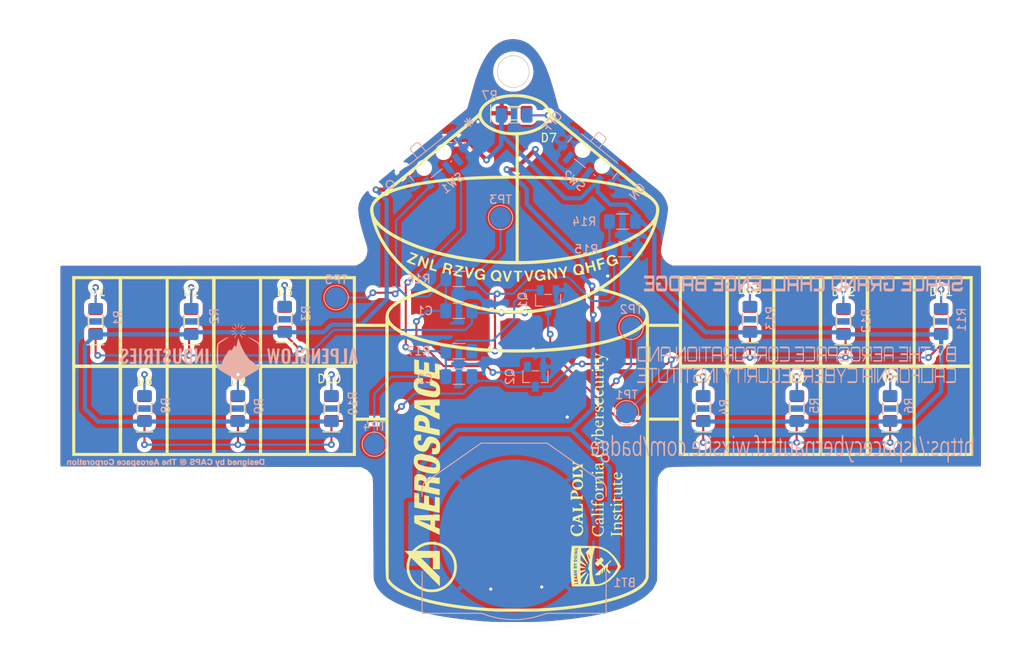
<source format=kicad_pcb>
(kicad_pcb (version 20211014) (generator pcbnew)
  (layers (0 "F.Cu" signal) (31 "B.Cu" signal) (34 "B.Paste" user) (35 "F.Paste" user) (36 "B.SilkS" user "B.Silkscreen") (37 "F.SilkS" user "F.Silkscreen") (38 "B.Mask" user) (39 "F.Mask" user) (44 "Edge.Cuts" user))
  (net 0 "")
  (net 1 "+Vbatt")
  (net 2 "GND")
  (net 3 "Net-(C1-Pad1)")
  (net 4 "/Blink Two")
  (net 5 "/Blink One")
  (net 6 "Net-(C2-Pad2)")
  (net 7 "Net-(D1-Pad2)")
  (net 8 "Net-(D2-Pad2)")
  (net 9 "Net-(D3-Pad2)")
  (net 10 "Net-(D4-Pad2)")
  (net 11 "Net-(D5-Pad2)")
  (net 12 "Net-(D6-Pad2)")
  (net 13 "Net-(D7-Pad2)")
  (net 14 "Net-(D8-Pad2)")
  (net 15 "Net-(D9-Pad2)")
  (net 16 "Net-(D10-Pad2)")
  (net 17 "Net-(D11-Pad2)")
  (net 18 "Net-(D12-Pad2)")
  (net 19 "Net-(D13-Pad2)")
  (net 20 "+3V")
  (net 21 "Net-(R14-Pad2)")
  (footprint "Alpenglow:LED_1206+" (layer "F.Cu") (at 182.1291 97.5614 90)
    (fp_text reference "D5")
    (fp_text value "LED")
  )
  (footprint "Alpenglow:LED_1206+" (layer "F.Cu") (at 187.6806 87.1474 90)
    (fp_text reference "D12")
    (fp_text value "LED")
  )
  (footprint "Satellite_PCB:Satellite dish" (layer "F.Cu") (at 149.3266 92.4814)
    (fp_text reference "G***" hide)
    (fp_text value "LOGO" hide)
  )
  (footprint "Alpenglow:LED_1206+" (layer "F.Cu") (at 98.2726 87.1474 90)
    (fp_text reference "D1")
    (fp_text value "LED")
  )
  (footprint "Satellite_PCB:Ceasarin 1x.14" (layer "F.Cu") (at 148.1074 80.6704 -0.5)
    (fp_text reference "G***" hide)
    (fp_text value "LOGO" hide)
  )
  (footprint "Alpenglow:LED_1206+" (layer "F.Cu") (at 104.1146 97.5614 90)
    (fp_text reference "D8")
    (fp_text value "LED")
  )
  (footprint "Alpenglow:LED_1206+" (layer "F.Cu") (at 193.2686 97.5614 90)
    (fp_text reference "D6")
    (fp_text value "LED")
  )
  (footprint "Satellite_PCB:Satellite Shape 4.5 x 4.38" (layer "F.Cu") (at 149.3266 92.4814)
    (fp_text reference "G***" hide)
    (fp_text value "LOGO" hide)
  )
  (footprint "Alpenglow:LED_1206+" (layer "F.Cu") (at 199.3646 87.1474 90)
    (fp_text reference "D11")
    (fp_text value "LED")
  )
  (footprint "Alpenglow:LED_1206+" (layer "F.Cu") (at 109.7026 87.1474 90)
    (fp_text reference "D2")
    (fp_text value "LED")
  )
  (footprint "Satellite_PCB:FullCCIlogo1.10" (layer "F.Cu") (at 158.15 104.85 90)
    (fp_text reference "G***" hide)
    (fp_text value "LOGO" hide)
  )
  (footprint "Alpenglow:LED_1206+" (layer "F.Cu") (at 170.9166 97.5614 90)
    (fp_text reference "D4")
    (fp_text value "LED")
  )
  (footprint "Alpenglow:LED_1206+" (layer "F.Cu") (at 126.4666 97.5614 90)
    (fp_text reference "D10")
    (fp_text value "LED")
  )
  (footprint "LOGO" (layer "F.Cu") (at 138.338 105.612 90)
    (fp_text reference "G***" hide)
    (fp_text value "LOGO" hide)
  )
  (footprint "Alpenglow:LED_1206+" (layer "F.Cu") (at 176.5046 86.8934 90)
    (fp_text reference "D13")
    (fp_text value "LED")
  )
  (footprint "Alpenglow:LED_1206+" (layer "F.Cu") (at 115.2541 97.5614 90)
    (fp_text reference "D9")
    (fp_text value "LED")
  )
  (footprint "Alpenglow:LED_1206+" (layer "F.Cu") (at 148.3106 62.2554)
    (fp_text reference "D7")
    (fp_text value "LED")
  )
  (footprint "Alpenglow:LED_1206+" (layer "F.Cu") (at 120.8786 86.8934 90)
    (fp_text reference "D3")
    (fp_text value "LED")
  )
  (footprint "Resistor_SMD:R_1206_3216Metric_Pad1.30x1.75mm_HandSolder" (layer "B.Cu") (at 120.8786 86.8934 90)
    (fp_text reference "R3")
    (fp_text value "220")
  )
  (footprint "Resistor_SMD:R_1206_3216Metric_Pad1.30x1.75mm_HandSolder" (layer "B.Cu") (at 109.7026 87.1474 90)
    (fp_text reference "R2")
    (fp_text value "220")
  )
  (footprint "Resistor_SMD:R_1206_3216Metric_Pad1.30x1.75mm_HandSolder" (layer "B.Cu") (at 98.2726 87.1474 90)
    (fp_text reference "R1")
    (fp_text value "220")
  )
  (footprint "Resistor_SMD:R_1206_3216Metric_Pad1.30x1.75mm_HandSolder" (layer "B.Cu") (at 193.2686 97.5614 90)
    (fp_text reference "R6")
    (fp_text value "220")
  )
  (footprint "TestPoint:TestPoint_Pad_D2.5mm" (layer "B.Cu") (at 161.7472 98.0694 180)
    (fp_text reference "TP1")
    (fp_text value "TestPoint")
  )
  (footprint "Resistor_SMD:R_1206_3216Metric_Pad1.30x1.75mm_HandSolder" (layer "B.Cu") (at 126.4666 97.5614 90)
    (fp_text reference "R10")
    (fp_text value "220")
  )
  (footprint "LOGO" (layer "B.Cu") (at 106.675 104.075 180)
    (fp_text reference "G***" hide)
    (fp_text value "LOGO" hide)
  )
  (footprint "Resistor_SMD:R_1206_3216Metric_Pad1.30x1.75mm_HandSolder" (layer "B.Cu") (at 141.7066 90.7034 180)
    (fp_text reference "R17")
    (fp_text value "47k")
  )
  (footprint "Capacitor_SMD:C_1206_3216Metric_Pad1.33x1.80mm_HandSolder" (layer "B.Cu") (at 141.7066 93.7514)
    (fp_text reference "C2")
    (fp_text value "10 uF")
  )
  (footprint "TestPoint:TestPoint_Pad_D2.5mm" (layer "B.Cu") (at 131.5974 101.8286 180)
    (fp_text reference "TP4")
    (fp_text value "TestPoint")
  )
  (footprint "Resistor_SMD:R_1206_3216Metric_Pad1.30x1.75mm_HandSolder" (layer "B.Cu") (at 161.2646 75.2094 180)
    (fp_text reference "R14")
    (fp_text value "47k")
  )
  (footprint "Resistor_SMD:R_1206_3216Metric_Pad1.30x1.75mm_HandSolder" (layer "B.Cu") (at 170.9166 97.5614 90)
    (fp_text reference "R4")
    (fp_text value "220")
  )
  (footprint "Alpenglow:SOT-23-3-BEC" (layer "B.Cu") (at 150.8506 93.7514 -90)
    (fp_text reference "Q2")
    (fp_text value "NPN")
  )
  (footprint "Resistor_SMD:R_1206_3216Metric_Pad1.30x1.75mm_HandSolder" (layer "B.Cu") (at 161.5186 78.5114)
    (fp_text reference "R15")
    (fp_text value "47k")
  )
  (footprint "TestPoint:TestPoint_Pad_D2.5mm" (layer "B.Cu") (at 162.2806 87.8586 180)
    (fp_text reference "TP2")
    (fp_text value "TestPoint")
  )
  (footprint "Resistor_SMD:R_1206_3216Metric_Pad1.30x1.75mm_HandSolder" (layer "B.Cu") (at 141.7066 82.0674 180)
    (fp_text reference "R16")
    (fp_text value "47k")
  )
  (footprint "Satellite_PCB:spacebadgenamespaced1.5" (layer "B.Cu") (at 182.9054 82.6008 180)
    (fp_text reference "G***" hide)
    (fp_text value "LOGO" hide)
  )
  (footprint "Resistor_SMD:R_1206_3216Metric_Pad1.30x1.75mm_HandSolder" (layer "B.Cu") (at 148.3106 62.5094)
    (fp_text reference "R7")
    (fp_text value "220")
  )
  (footprint "Resistor_SMD:R_1206_3216Metric_Pad1.30x1.75mm_HandSolder" (layer "B.Cu") (at 176.5046 86.8934 90)
    (fp_text reference "R13")
    (fp_text value "220")
  )
  (footprint "Capacitor_SMD:C_1206_3216Metric_Pad1.33x1.80mm_HandSolder" (layer "B.Cu") (at 141.7066 85.8774 180)
    (fp_text reference "C1")
    (fp_text value "10 uF")
  )
  (footprint "Button_Switch_SMD:SW_SPDT_PCM12" (layer "B.Cu") (at 138.9126 68.0974 39)
    (fp_text reference "SW1")
    (fp_text value "Alpenglow_SMT_SlideSwitch")
  )
  (footprint "Resistor_SMD:R_1206_3216Metric_Pad1.30x1.75mm_HandSolder" (layer "B.Cu") (at 104.1146 97.5614 90)
    (fp_text reference "R8")
    (fp_text value "220")
  )
  (footprint "Satellite_PCB:URLnormalfont1.8" (layer "B.Cu") (at 180.34 102.362 180)
    (fp_text reference "G***" hide)
    (fp_text value "LOGO" hide)
  )
  (footprint "Resistor_SMD:R_1206_3216Metric_Pad1.30x1.75mm_HandSolder" (layer "B.Cu") (at 115.2906 97.5614 90)
    (fp_text reference "R9")
    (fp_text value "220")
  )
  (footprint "Satellite_PCB:ByAeroCorpandCyberSecurity1.5" (layer "B.Cu") (at 182.0926 92.329 180)
    (fp_text reference "G***" hide)
    (fp_text value "LOGO" hide)
  )
  (footprint "Alpenglow:SOT-23-3-BEC" (layer "B.Cu") (at 152.3746 84.6074 -90)
    (fp_text reference "Q1")
    (fp_text value "NPN")
  )
  (footprint "Resistor_SMD:R_1206_3216Metric_Pad1.30x1.75mm_HandSolder" (layer "B.Cu") (at 182.0926 97.5614 90)
    (fp_text reference "R5")
    (fp_text value "220")
  )
  (footprint "Alpenglow:BatteryHolder_CR2032_SMT" (layer "B.Cu") (at 148.3106 112.5474)
    (fp_text reference "BT1")
    (fp_text value "CR2032" hide)
  )
  (footprint "Button_Switch_SMD:SW_SPDT_PCM12" (layer "B.Cu") (at 157.4546 67.8434 -39)
    (fp_text reference "SW2")
    (fp_text value "Alpenglow_SMT_SlideSwitch")
  )
  (footprint "Alpenglow:Alpenglow_SecondaryLogo_30x8.1" (layer "B.Cu") (at 115.4938 90.805 180)
    (fp_text reference "G***" hide)
    (fp_text value "LOGO" hide)
  )
  (footprint "Resistor_SMD:R_1206_3216Metric_Pad1.30x1.75mm_HandSolder" (layer "B.Cu") (at 187.6806 87.1474 90)
    (fp_text reference "R12")
    (fp_text value "220")
  )
  (footprint "TestPoint:TestPoint_Pad_D2.5mm" (layer "B.Cu") (at 146.685 74.7268 180)
    (fp_text reference "TP3")
    (fp_text value "TestPoint")
  )
  (footprint "TestPoint:TestPoint_Pad_D2.5mm" (layer "B.Cu") (at 127.0254 84.3026 180)
    (fp_text reference "TP5")
    (fp_text value "TestPoint")
  )
  (footprint "Resistor_SMD:R_1206_3216Metric_Pad1.30x1.75mm_HandSolder" (layer "B.Cu") (at 199.3646 87.1474 90)
    (fp_text reference "R11")
    (fp_text value "220")
  )
  (gr_line (start 142.3797 63.1952) (end 143.3703 63.5) (layer "B.SilkS") (width 0.15))
  (gr_line (start 142.632533 62.889607) (end 143.117467 63.805593) (layer "B.SilkS") (width 0.15))
  (gr_line (start 143.0274 62.8523) (end 142.7226 63.8429) (layer "B.SilkS") (width 0.15))
  (gr_line (start 143.332993 63.105133) (end 142.417007 63.590067) (layer "B.SilkS") (width 0.15))
  (gr_circle (center 133.477 70.7644) (end 133.858 71.0184) (layer "B.SilkS") (width 0.15) (fill none))
  (gr_curve (pts (xy 143.162221 58.254323) (xy 143.07421 58.531957) (xy 142.865917 59.254448) (xy 142.703764 59.851856)) (layer "Edge.Cuts") (width 0.011025))
  (gr_curve (pts (xy 130.970831 112.011175) (xy 130.994034 117.497994) (xy 131.003368 118.007124) (xy 131.077511 118.261823)) (layer "Edge.Cuts") (width 0.011025))
  (gr_curve (pts (xy 165.627962 70.880967) (xy 165.475143 70.760686) (xy 162.817211 68.584414) (xy 159.724291 66.037696)) (layer "Edge.Cuts") (width 0.011025))
  (gr_line (start 165.905864 118.215684) (end 165.9288 112.150125) (layer "Edge.Cuts") (width 0.011025))
  (gr_line (start 185.894229 104.996431) (end 204.637371 104.996431) (layer "Edge.Cuts") (width 0.011025))
  (gr_line (start 142.263975 61.412051) (end 136.466984 66.176646) (layer "Edge.Cuts") (width 0.011025))
  (gr_curve (pts (xy 142.703764 59.851856) (xy 142.537076 60.448997) (xy 142.370389 61.046405) (xy 142.333317 61.176021)) (layer "Edge.Cuts") (width 0.011025))
  (gr_line (start 165.799184 118.488784) (end 165.905864 118.215684) (layer "Edge.Cuts") (width 0.011025))
  (gr_curve (pts (xy 130.262476 78.743017) (xy 130.229938 79.243079) (xy 129.966172 79.627127) (xy 129.507448 79.858623)) (layer "Edge.Cuts") (width 0.011025))
  (gr_curve (pts (xy 165.9288 112.150125) (xy 165.947202 107.589289) (xy 165.965871 106.047229) (xy 166.01201 105.926948)) (layer "Edge.Cuts") (width 0.011025))
  (gr_line (start 129.280753 79.969837) (end 111.421961 79.983972) (layer "Edge.Cuts") (width 0.011025))
  (gr_curve (pts (xy 150.35752 53.559069) (xy 149.60756 53.049939) (xy 148.690645 52.823244) (xy 147.755329 52.915789)) (layer "Edge.Cuts") (width 0.011025))
  (gr_curve (pts (xy 167.178823 73.35781) (xy 167.007868 72.385689) (xy 166.480069 71.538383) (xy 165.627962 70.880967)) (layer "Edge.Cuts") (width 0.011025))
  (gr_line (start 159.724291 66.037696) (end 154.098788 61.416851) (layer "Edge.Cuts") (width 0.011025))
  (gr_line (start 204.637371 79.993306) (end 186.01451 79.983972) (layer "Edge.Cuts") (width 0.011025))
  (gr_line (start 167.387382 79.969837) (end 167.146819 79.858623) (layer "Edge.Cuts") (width 0.011025))
  (gr_curve (pts (xy 166.368855 78.807825) (xy 166.345385 78.668874) (xy 166.438197 78.12694) (xy 166.734501 76.631553)) (layer "Edge.Cuts") (width 0.011025))
  (gr_curve (pts (xy 166.493671 105.274066) (xy 166.905989 104.972962) (xy 165.294587 104.996431) (xy 185.894229 104.996431)) (layer "Edge.Cuts") (width 0.011025))
  (gr_line (start 93.558629 104.996431) (end 98.48053 105.000699) (layer "Edge.Cuts") (width 0.011025))
  (gr_curve (pts (xy 135.832505 121.989195) (xy 138.147461 122.757825) (xy 141.036889 123.239351) (xy 145.02352 123.526427)) (layer "Edge.Cuts") (width 0.011025))
  (gr_curve (pts (xy 129.229813 73.131115) (xy 129.049257 73.950684) (xy 129.290087 75.321256) (xy 130.021645 77.608475)) (layer "Edge.Cuts") (width 0.011025))
  (gr_curve (pts (xy 154.015578 61.129615) (xy 153.969172 60.976796) (xy 153.830221 60.462865) (xy 153.700605 59.990806)) (layer "Edge.Cuts") (width 0.011025))
  (gr_circle (center 148.209 57.277) (end 150.114 57.277) (layer "Edge.Cuts") (width 0.1) (fill none))
  (gr_line (start 93.558629 79.993306) (end 93.558629 104.996431) (layer "Edge.Cuts") (width 0.011025))
  (gr_curve (pts (xy 145.02352 123.526427) (xy 146.144194 123.605157) (xy 150.797309 123.605157) (xy 151.922516 123.526427)) (layer "Edge.Cuts") (width 0.011025))
  (gr_curve (pts (xy 130.021645 77.608475) (xy 130.257675 78.354168) (xy 130.280878 78.47445) (xy 130.262476 78.743017)) (layer "Edge.Cuts") (width 0.011025))
  (gr_curve (pts (xy 130.16513 105.172187) (xy 130.442765 105.297002) (xy 130.748403 105.593573) (xy 130.864417 105.852805)) (layer "Edge.Cuts") (width 0.011025))
  (gr_line (start 129.929101 105.065507) (end 130.16513 105.172187) (layer "Edge.Cuts") (width 0.011025))
  (gr_line (start 111.421961 79.983972) (end 93.558629 79.993306) (layer "Edge.Cuts") (width 0.011025))
  (gr_line (start 186.01451 79.983972) (end 167.387382 79.969837) (layer "Edge.Cuts") (width 0.011025))
  (gr_curve (pts (xy 131.077511 118.261823) (xy 131.554104 119.905495) (xy 133.02202 121.058439) (xy 135.832505 121.989195)) (layer "Edge.Cuts") (width 0.011025))
  (gr_curve (pts (xy 164.164846 120.53064) (xy 164.507556 120.285276) (xy 165.058291 119.766811) (xy 165.271384 119.488909)) (layer "Edge.Cuts") (width 0.011025))
  (gr_curve (pts (xy 130.864417 105.852805) (xy 130.942827 106.02856) (xy 130.947628 106.394739) (xy 130.970831 112.011175)) (layer "Edge.Cuts") (width 0.011025))
  (gr_line (start 129.507448 79.858623) (end 129.280753 79.969837) (layer "Edge.Cuts") (width 0.011025))
  (gr_curve (pts (xy 165.271384 119.488909) (xy 165.415136 119.303553) (xy 165.68797 118.789622) (xy 165.799184 118.488784)) (layer "Edge.Cuts") (width 0.011025))
  (gr_line (start 154.098788 61.416851) (end 154.015578 61.129615) (layer "Edge.Cuts") (width 0.011025))
  (gr_curve (pts (xy 166.734501 76.631553) (xy 167.174556 74.404341) (xy 167.257766 73.802399) (xy 167.178823 73.35781)) (layer "Edge.Cuts") (width 0.011025))
  (gr_line (start 142.333317 61.176021) (end 142.263975 61.412051) (layer "Edge.Cuts") (width 0.011025))
  (gr_curve (pts (xy 166.01201 105.926948) (xy 166.100288 105.676783) (xy 166.285378 105.422351) (xy 166.493671 105.274066)) (layer "Edge.Cuts") (width 0.011025))
  (gr_curve (pts (xy 151.922516 123.526427) (xy 157.9278 123.100454) (xy 161.974706 122.109584) (xy 164.164846 120.53064)) (layer "Edge.Cuts") (width 0.011025))
  (gr_line (start 116.663362 105.03777) (end 129.929101 105.065507) (layer "Edge.Cuts") (width 0.011025))
  (gr_line (start 147.755329 52.915789) (end 147.755329 52.915789) (layer "Edge.Cuts") (width 0.011025))
  (gr_curve (pts (xy 147.755329 52.915789) (xy 145.74121 53.110213) (xy 144.213019 54.892569) (xy 143.162221 58.254323)) (layer "Edge.Cuts") (width 0.011025))
  (gr_curve (pts (xy 151.510198 54.702945) (xy 151.228029 54.318631) (xy 150.686095 53.781497) (xy 150.35752 53.559069)) (layer "Edge.Cuts") (width 0.011025))
  (gr_curve (pts (xy 153.700605 59.990806) (xy 152.959712 57.258998) (xy 152.394842 55.892694) (xy 151.510198 54.702945)) (layer "Edge.Cuts") (width 0.011025))
  (gr_curve (pts (xy 130.327284 71.265015) (xy 129.766947 71.797615) (xy 129.377832 72.459565) (xy 129.229813 73.131115)) (layer "Edge.Cuts") (width 0.011025))
  (gr_curve (pts (xy 167.146819 79.858623) (xy 166.743835 79.678334) (xy 166.447265 79.27535) (xy 166.368855 78.807825)) (layer "Edge.Cuts") (width 0.011025))
  (gr_curve (pts (xy 98.48053 105.000699) (xy 101.184575 105.005499) (xy 109.366157 105.024168) (xy 116.663362 105.03777)) (layer "Edge.Cuts") (width 0.011025))
  (gr_curve (pts (xy 136.466984 66.176646) (xy 133.276452 68.79724) (xy 130.516907 71.084726) (xy 130.327284 71.265015)) (layer "Edge.Cuts") (width 0.011025))
  (gr_line (start 204.637371 104.996431) (end 204.637371 79.993306) (layer "Edge.Cuts") (width 0.011025))
  (gr_text "OFF" (at 152.8826 63.2714 50) (layer "B.SilkS") (effects (font (size 1.016 1.016) (thickness 0.1524)) (justify mirror)))
  (gr_text "ON" (at 163.0426 71.6534 50) (layer "B.SilkS") (effects (font (size 1.016 1.016) (thickness 0.1524)) (justify mirror)))
  (segment (start 157.6324 86.2076) (end 157.7848 86.36) (width 0.508) (layer "F.Cu") (net 1))
  (segment (start 147.447 68.9864) (end 148.4376 68.9864) (width 0.508) (layer "F.Cu") (net 1))
  (segment (start 157.6324 82.9056) (end 157.6324 86.2076) (width 0.508) (layer "F.Cu") (net 1))
  (segment (start 148.4376 68.9864) (end 150.8506 66.5734) (width 0.508) (layer "F.Cu") (net 1))
  (via (at 157.7848 86.36) (size 0.8128) (drill 0.381) (layers "F.Cu" "B.Cu") (net 1))
  (via (at 147.447 68.9864) (size 0.8128) (drill 0.381) (layers "F.Cu" "B.Cu") (net 1))
  (via (at 157.6324 82.9056) (size 0.8128) (drill 0.381) (layers "F.Cu" "B.Cu") (net 1))
  (via (at 150.8506 66.5734) (size 0.8128) (drill 0.381) (layers "F.Cu" "B.Cu") (net 1))
  (segment (start 136.9106 104.6434) (end 141.4526 100.1014) (width 0.508) (layer "B.Cu") (net 1))
  (segment (start 150.8506 66.5734) (end 150.8506 67.0814) (width 0.508) (layer "B.Cu") (net 1))
  (segment (start 149.823375 73.141275) (end 156.4894 79.8073) (width 0.508) (layer "B.Cu") (net 1))
  (segment (start 157.709434 97.560566) (end 155.1686 100.1014) (width 0.508) (layer "B.Cu") (net 1))
  (segment (start 149.823375 71.362775) (end 149.823375 73.141275) (width 0.508) (layer "B.Cu") (net 1))
  (segment (start 155.41884 71.1454) (end 157.137531 69.426709) (width 0.508) (layer "B.Cu") (net 1))
  (segment (start 157.709434 86.435366) (end 157.709434 97.560566) (width 0.508) (layer "B.Cu") (net 1))
  (segment (start 147.447 68.9864) (end 149.823375 71.362775) (width 0.508) (layer "B.Cu") (net 1))
  (segment (start 155.4226 100.3554) (end 159.7106 104.6434) (width 0.508) (layer "B.Cu") (net 1))
  (segment (start 155.1686 100.1014) (end 155.4226 100.3554) (width 0.508) (layer "B.Cu") (net 1))
  (segment (start 136.9106 112.5474) (end 136.9106 104.6434) (width 0.508) (layer "B.Cu") (net 1))
  (segment (start 154.9146 71.1454) (end 155.41884 71.1454) (width 0.508) (layer "B.Cu") (net 1))
  (segment (start 156.4894 81.7626) (end 157.6324 82.9056) (width 0.508) (layer "B.Cu") (net 1))
  (segment (start 150.8506 67.0814) (end 154.9146 71.1454) (width 0.508) (layer "B.Cu") (net 1))
  (segment (start 156.4894 79.8073) (end 156.4894 81.7626) (width 0.508) (layer "B.Cu") (net 1))
  (segment (start 159.7106 104.6434) (end 159.7106 112.5474) (width 0.508) (layer "B.Cu") (net 1))
  (segment (start 157.7848 86.36) (end 157.709434 86.435366) (width 0.508) (layer "B.Cu") (net 1))
  (segment (start 141.4526 100.1014) (end 155.1686 100.1014) (width 0.508) (layer "B.Cu") (net 1))
  (via (at 150.5966 90.4494) (size 0.8128) (drill 0.381) (layers "F.Cu" "B.Cu") (net 2))
  (via (at 145.5166 119.1514) (size 0.8128) (drill 0.381) (layers "F.Cu" "B.Cu") (net 2))
  (via (at 151.6126 118.8974) (size 0.8128) (drill 0.381) (layers "F.Cu" "B.Cu") (net 2))
  (via (at 143.9926 63.2714) (size 0.8128) (drill 0.381) (layers "F.Cu" "B.Cu") (net 2))
  (via (at 159.4866 81.7118) (size 0.8128) (drill 0.381) (layers "F.Cu" "B.Cu") (net 2))
  (via (at 154.6606 98.5774) (size 0.8128) (drill 0.381) (layers "F.Cu" "B.Cu") (net 2))
  (segment (start 122.6566 90.4494) (end 120.8786 88.6714) (width 0.254) (layer "F.Cu") (net 3))
  (segment (start 182.0926 101.6254) (end 182.0926 99.0854) (width 0.254) (layer "F.Cu") (net 3))
  (segment (start 154.1526 92.2274) (end 152.6286 90.7034) (width 0.254) (layer "F.Cu") (net 3))
  (segment (start 109.4486 91.2114) (end 109.4486 88.8889) (width 0.254) (layer "F.Cu") (net 3))
  (segment (start 193.2686 99.0489) (end 193.2686 101.6254) (width 0.254) (layer "F.Cu") (net 3))
  (segment (start 160.9741 99.0489) (end 158.2293 96.3041) (width 0.254) (layer "F.Cu") (net 3))
  (segment (start 146.7866 86.1314) (end 149.5806 86.1314) (width 0.254) (layer "F.Cu") (net 3))
  (segment (start 98.2726 88.6349) (end 98.2726 90.9574) (width 0.254) (layer "F.Cu") (net 3))
  (segment (start 158.4833 96.3041) (end 158.2293 96.3041) (width 0.254) (layer "F.Cu") (net 3))
  (segment (start 170.9166 101.6254) (end 170.9166 99.0489) (width 0.254) (layer "F.Cu") (net 3))
  (segment (start 160.528 94.2594) (end 158.4833 96.3041) (width 0.254) (layer "F.Cu") (net 3))
  (segment (start 170.9166 99.0489) (end 160.9741 99.0489) (width 0.254) (layer "F.Cu") (net 3))
  (segment (start 158.2293 96.3041) (end 154.1526 92.2274) (width 0.254) (layer "F.Cu") (net 3))
  (segment (start 98.2726 90.9574) (end 98.5266 91.2114) (width 0.254) (layer "F.Cu") (net 3))
  (segment (start 182.0926 99.0854) (end 182.1291 99.0489) (width 0.254) (layer "F.Cu") (net 3))
  (segment (start 109.4486 88.8889) (end 109.7026 88.6349) (width 0.254) (layer "F.Cu") (net 3))
  (segment (start 152.6286 90.7034) (end 152.6286 88.6714) (width 0.254) (layer "F.Cu") (net 3))
  (segment (start 120.8786 88.6714) (end 120.8786 88.3809) (width 0.254) (layer "F.Cu") (net 3))
  (via (at 98.5266 91.2114) (size 0.8128) (drill 0.381) (layers "F.Cu" "B.Cu") (net 3))
  (via (at 160.528 94.2594) (size 0.8128) (drill 0.381) (layers "F.Cu" "B.Cu") (net 3))
  (via (at 152.6286 88.6714) (size 0.8128) (drill 0.381) (layers "F.Cu" "B.Cu") (net 3))
  (via (at 146.7866 86.1314) (size 0.8128) (drill 0.381) (layers "F.Cu" "B.Cu") (net 3))
  (via (at 149.5806 86.1314) (size 0.8128) (drill 0.381) (layers "F.Cu" "B.Cu") (net 3))
  (via (at 109.4486 91.2114) (size 0.8128) (drill 0.381) (layers "F.Cu" "B.Cu") (net 3))
  (via (at 122.6566 90.4494) (size 0.8128) (drill 0.381) (layers "F.Cu" "B.Cu") (net 3))
  (via (at 193.2686 101.6254) (size 0.8128) (drill 0.381) (layers "F.Cu" "B.Cu") (net 3))
  (via (at 182.0926 101.6254) (size 0.8128) (drill 0.381) (layers "F.Cu" "B.Cu") (net 3))
  (via (at 170.9166 101.6254) (size 0.8128) (drill 0.381) (layers "F.Cu" "B.Cu") (net 3))
  (segment (start 143.2691 85.8774) (end 143.2691 87.3629) (width 0.254) (layer "B.Cu") (net 3))
  (segment (start 152.6286 88.6714) (end 152.3746 88.4174) (width 0.254) (layer "B.Cu") (net 3))
  (segment (start 149.9046 85.8074) (end 152.3746 85.8074) (width 0.254) (layer "B.Cu") (net 3))
  (segment (start 162.2806 87.8586) (end 162.2806 92.5068) (width 0.254) (layer "B.Cu") (net 3))
  (segment (start 143.5231 86.1314) (end 143.2691 85.8774) (width 0.254) (layer "B.Cu") (net 3))
  (segment (start 124.4346 90.4494) (end 122.6566 90.4494) (width 0.254) (layer "B.Cu") (net 3))
  (segment (start 143.2691 87.3629) (end 142.4686 88.1634) (width 0.254) (layer "B.Cu") (net 3))
  (segment (start 98.5266 91.2114) (end 109.4486 91.2114) (width 0.254) (layer "B.Cu") (net 3))
  (segment (start 142.4686 88.1634) (end 126.7206 88.1634) (width 0.254) (layer "B.Cu") (net 3))
  (segment (start 126.7206 88.1634) (end 124.4346 90.4494) (width 0.254) (layer "B.Cu") (net 3))
  (segment (start 121.8946 91.2114) (end 122.6566 90.4494) (width 0.254) (layer "B.Cu") (net 3))
  (segment (start 182.0926 101.6254) (end 170.9166 101.6254) (width 0.254) (layer "B.Cu") (net 3))
  (segment (start 193.2686 101.6254) (end 182.0926 101.6254) (width 0.254) (layer "B.Cu") (net 3))
  (segment (start 152.3746 88.4174) (end 152.3746 85.8074) (width 0.254) (layer "B.Cu") (net 3))
  (segment (start 162.2806 92.5068) (end 160.528 94.2594) (width 0.254) (layer "B.Cu") (net 3))
  (segment (start 146.7866 86.1314) (end 143.5231 86.1314) (width 0.254) (layer "B.Cu") (net 3))
  (segment (start 109.4486 91.2114) (end 121.8946 91.2114) (width 0.254) (layer "B.Cu") (net 3))
  (segment (start 149.5806 86.1314) (end 149.9046 85.8074) (width 0.254) (layer "B.Cu") (net 3))
  (segment (start 136.6266 89.2043) (end 139.9037 92.4814) (width 0.254) (layer "F.Cu") (net 4))
  (segment (start 136.6266 87.1474) (end 136.6266 89.2043) (width 0.254) (layer "F.Cu") (net 4))
  (segment (start 133.9596 83.7184) (end 134.0866 83.8454) (width 0.254) (layer "F.Cu") (net 4))
  (segment (start 139.9037 92.4814) (end 145.0086 92.4814) (width 0.254) (layer "F.Cu") (net 4))
  (segment (start 131.4196 83.7184) (end 133.9596 83.7184) (width 0.254) (layer "F.Cu") (net 4))
  (segment (start 145.0086 92.4814) (end 145.7706 93.2434) (width 0.254) (layer "F.Cu") (net 4))
  (via (at 136.6266 87.1474) (size 0.8128) (drill 0.381) (layers "F.Cu" "B.Cu") (net 4))
  (via (at 145.7706 93.2434) (size 0.8128) (drill 0.381) (layers "F.Cu" "B.Cu") (net 4))
  (via (at 134.0866 83.8454) (size 0.8128) (drill 0.381) (layers "F.Cu" "B.Cu") (net 4))
  (via (at 131.4196 83.7184) (size 0.8128) (drill 0.381) (layers "F.Cu" "B.Cu") (net 4))
  (segment (start 130.8354 84.3026) (end 131.4196 83.7184) (width 0.254) (layer "B.Cu") (net 4))
  (segment (start 140.1566 85.8649) (end 140.1441 85.8774) (width 0.254) (layer "B.Cu") (net 4))
  (segment (start 134.1882 75.0824) (end 134.1882 82.9056) (width 0.254) (layer "B.Cu") (net 4))
  (segment (start 138.06395 70.62469) (end 138.06395 71.20665) (width 0.254) (layer "B.Cu") (net 4))
  (segment (start 145.7706 93.2434) (end 149.2086 93.2434) (width 0.254) (layer "B.Cu") (net 4))
  (segment (start 137.8966 85.8774) (end 140.1441 85.8774) (width 0.254) (layer "B.Cu") (net 4))
  (segment (start 138.0484 84.1756) (end 140.1566 82.0674) (width 0.254) (layer "B.Cu") (net 4))
  (segment (start 134.1882 82.9056) (end 134.62 83.3374) (width 0.254) (layer "B.Cu") (net 4))
  (segment (start 149.2086 93.2434) (end 149.9006 92.5514) (width 0.254) (layer "B.Cu") (net 4))
  (segment (start 134.5946 83.3374) (end 134.62 83.3374) (width 0.254) (layer "B.Cu") (net 4))
  (segment (start 127.0254 84.3026) (end 130.8354 84.3026) (width 0.254) (layer "B.Cu") (net 4))
  (segment (start 135.4582 84.1756) (end 138.0484 84.1756) (width 0.254) (layer "B.Cu") (net 4))
  (segment (start 136.6266 87.1474) (end 137.8966 85.8774) (width 0.254) (layer "B.Cu") (net 4))
  (segment (start 140.1566 82.0674) (end 140.1566 85.8649) (width 0.254) (layer "B.Cu") (net 4))
  (segment (start 134.0866 83.8454) (end 134.5946 83.3374) (width 0.254) (layer "B.Cu") (net 4))
  (segment (start 138.06395 71.20665) (end 134.1882 75.0824) (width 0.254) (layer "B.Cu") (net 4))
  (segment (start 134.62 83.3374) (end 135.4582 84.1756) (width 0.254) (layer "B.Cu") (net 4))
  (segment (start 135.5852 82.4738) (end 135.5852 82.6008) (width 0.254) (layer "F.Cu") (net 5))
  (segment (start 135.3566 82.8294) (end 135.3566 90.1954) (width 0.254) (layer "F.Cu") (net 5))
  (segment (start 135.5852 82.6008) (end 135.3566 82.8294) (width 0.254) (layer "F.Cu") (net 5))
  (via (at 135.5852 82.4738) (size 0.8128) (drill 0.381) (layers "F.Cu" "B.Cu") (net 5))
  (via (at 135.3566 90.1954) (size 0.8128) (drill 0.381) (layers "F.Cu" "B.Cu") (net 5))
  (segment (start 141.9606 70.30194) (end 140.395388 68.736728) (width 0.254) (layer "B.Cu") (net 5))
  (segment (start 131.5974 95.7834) (end 133.6294 93.7514) (width 0.254) (layer "B.Cu") (net 5))
  (segment (start 148.3106 86.8934) (end 148.3106 84.8614) (width 0.254) (layer "B.Cu") (net 5))
  (segment (start 131.5974 101.8286) (end 131.5974 95.7834) (width 0.254) (layer "B.Cu") (net 5))
  (segment (start 141.9606 76.2254) (end 141.9606 70.30194) (width 0.254) (layer "B.Cu") (net 5))
  (segment (start 140.1566 90.7034) (end 135.8646 90.7034) (width 0.254) (layer "B.Cu") (net 5))
  (segment (start 148.3106 84.8614) (end 149.7646 83.4074) (width 0.254) (layer "B.Cu") (net 5))
  (segment (start 135.5852 82.4738) (end 135.7122 82.4738) (width 0.254) (layer "B.Cu") (net 5))
  (segment (start 133.6294 93.7514) (end 140.1441 93.7514) (width 0.254) (layer "B.Cu") (net 5))
  (segment (start 140.1441 90.7159) (end 140.1566 90.7034) (width 0.254) (layer "B.Cu") (net 5))
  (segment (start 141.4266 89.4334) (end 145.7706 89.4334) (width 0.254) (layer "B.Cu") (net 5))
  (segment (start 140.1566 90.7034) (end 141.4266 89.4334) (width 0.254) (layer "B.Cu") (net 5))
  (segment (start 135.7122 82.4738) (end 141.9606 76.2254) (width 0.254) (layer "B.Cu") (net 5))
  (segment (start 145.7706 89.4334) (end 148.3106 86.8934) (width 0.254) (layer "B.Cu") (net 5))
  (segment (start 135.8646 90.7034) (end 135.3566 90.1954) (width 0.254) (layer "B.Cu") (net 5))
  (segment (start 149.7646 83.4074) (end 151.4246 83.4074) (width 0.254) (layer "B.Cu") (net 5))
  (segment (start 140.1441 93.7514) (end 140.1441 90.7159) (width 0.254) (layer "B.Cu") (net 5))
  (segment (start 167.1066 91.7194) (end 166.5986 92.2274) (width 0.254) (layer "F.Cu") (net 6))
  (segment (start 166.5986 92.2274) (end 156.4386 92.2274) (width 0.254) (layer "F.Cu") (net 6))
  (segment (start 115.2906 99.0854) (end 115.2541 99.0489) (width 0.254) (layer "F.Cu") (net 6))
  (segment (start 176.5046 91.4654) (end 176.5046 88.3809) (width 0.254) (layer "F.Cu") (net 6))
  (segment (start 134.8486 97.3074) (end 133.1071 99.0489) (width 0.254) (layer "F.Cu") (net 6))
  (segment (start 187.9346 91.4654) (end 187.9346 88.8889) (width 0.254) (layer "F.Cu") (net 6))
  (segment (start 187.9346 88.8889) (end 187.6806 88.6349) (width 0.254) (layer "F.Cu") (net 6))
  (segment (start 133.1071 99.0489) (end 126.4666 99.0489) (width 0.254) (layer "F.Cu") (net 6))
  (segment (start 115.2906 101.8794) (end 115.2906 99.0854) (width 0.254) (layer "F.Cu") (net 6))
  (segment (start 126.4666 99.0489) (end 126.4666 101.8794) (width 0.254) (layer "F.Cu") (net 6))
  (segment (start 197.8406 91.4654) (end 199.3646 89.9414) (width 0.254) (layer "F.Cu") (net 6))
  (segment (start 104.1146 101.8794) (end 104.1146 99.0489) (width 0.254) (layer "F.Cu") (net 6))
  (segment (start 199.3646 89.9414) (end 199.3646 88.6349) (width 0.254) (layer "F.Cu") (net 6))
  (via (at 115.2906 101.8794) (size 0.8128) (drill 0.381) (layers "F.Cu" "B.Cu") (net 6))
  (via (at 134.8486 97.3074) (size 0.8128) (drill 0.381) (layers "F.Cu" "B.Cu") (net 6))
  (via (at 167.1066 91.7194) (size 0.8128) (drill 0.381) (layers "F.Cu" "B.Cu") (net 6))
  (via (at 104.1146 101.8794) (size 0.8128) (drill 0.381) (layers "F.Cu" "B.Cu") (net 6))
  (via (at 156.4386 92.2274) (size 0.8128) (drill 0.381) (layers "F.Cu" "B.Cu") (net 6))
  (via (at 187.9346 91.4654) (size 0.8128) (drill 0.381) (layers "F.Cu" "B.Cu") (net 6))
  (via (at 126.4666 101.8794) (size 0.8128) (drill 0.381) (layers "F.Cu" "B.Cu") (net 6))
  (via (at 176.5046 91.4654) (size 0.8128) (drill 0.381) (layers "F.Cu" "B.Cu") (net 6))
  (via (at 197.8406 91.4654) (size 0.8128) (drill 0.381) (layers "F.Cu" "B.Cu") (net 6))
  (segment (start 136.3726 95.7834) (end 142.2146 95.7834) (width 0.254) (layer "B.Cu") (net 6))
  (segment (start 115.2906 101.8794) (end 104.1146 101.8794) (width 0.254) (layer "B.Cu") (net 6))
  (segment (start 161.7472 98.0694) (end 167.1066 92.71) (width 0.254) (layer "B.Cu") (net 6))
  (segment (start 152.6986 94.9514) (end 150.8506 94.9514) (width 0.254) (layer "B.Cu") (net 6))
  (segment (start 197.8406 91.4654) (end 187.9346 91.4654) (width 0.254) (layer "B.Cu") (net 6))
  (segment (start 126.4666 101.8794) (end 115.2906 101.8794) (width 0.254) (layer "B.Cu") (net 6))
  (segment (start 167.1066 92.71) (end 167.1066 91.7194) (width 0.254) (layer "B.Cu") (net 6))
  (segment (start 147.4786 94.9514) (end 146.7866 94.2594) (width 0.254) (layer "B.Cu") (net 6))
  (segment (start 143.7771 94.2594) (end 143.2691 93.7514) (width 0.254) (layer "B.Cu") (net 6))
  (segment (start 155.4226 92.2274) (end 152.6986 94.9514) (width 0.254) (layer "B.Cu") (net 6))
  (segment (start 156.4386 92.2274) (end 155.4226 92.2274) (width 0.254) (layer "B.Cu") (net 6))
  (segment (start 167.3606 91.4654) (end 176.5046 91.4654) (width 0.254) (layer "B.Cu") (net 6))
  (segment (start 176.5046 91.4654) (end 187.9346 91.4654) (width 0.254) (layer "B.Cu") (net 6))
  (segment (start 142.2146 95.7834) (end 143.2691 94.7289) (width 0.254) (layer "B.Cu") (net 6))
  (segment (start 143.2691 94.7289) (end 143.2691 93.7514) (width 0.254) (layer "B.Cu") (net 6))
  (segment (start 146.7866 94.2594) (end 143.7771 94.2594) (width 0.254) (layer "B.Cu") (net 6))
  (segment (start 134.8486 97.3074) (end 136.3726 95.7834) (width 0.254) (layer "B.Cu") (net 6))
  (segment (start 167.1066 91.7194) (end 167.3606 91.4654) (width 0.254) (layer "B.Cu") (net 6))
  (segment (start 150.8506 94.9514) (end 147.4786 94.9514) (width 0.254) (layer "B.Cu") (net 6))
  (segment (start 98.2726 83.0834) (end 98.2726 85.6599) (width 0.254) (layer "F.Cu") (net 7))
  (via (at 98.2726 83.0834) (size 0.8128) (drill 0.381) (layers "F.Cu" "B.Cu") (net 7))
  (segment (start 98.2726 85.5974) (end 98.2726 83.0834) (width 0.254) (layer "B.Cu") (net 7))
  (segment (start 109.7026 85.6599) (end 109.7026 83.0834) (width 0.254) (layer "F.Cu") (net 8))
  (via (at 109.7026 83.0834) (size 0.8128) (drill 0.381) (layers "F.Cu" "B.Cu") (net 8))
  (segment (start 109.7026 83.0834) (end 109.7026 85.5974) (width 0.254) (layer "B.Cu") (net 8))
  (segment (start 120.8786 82.8294) (end 120.8786 85.4059) (width 0.254) (layer "F.Cu") (net 9))
  (via (at 120.8786 82.8294) (size 0.8128) (drill 0.381) (layers "F.Cu" "B.Cu") (net 9))
  (segment (start 120.8786 85.3434) (end 120.8786 82.8294) (width 0.254) (layer "B.Cu") (net 9))
  (segment (start 170.9166 93.7514) (end 170.9166 96.0739) (width 0.254) (layer "F.Cu") (net 10))
  (via (at 170.9166 93.7514) (size 0.8128) (drill 0.381) (layers "F.Cu" "B.Cu") (net 10))
  (segment (start 170.9166 96.0114) (end 170.9166 93.7514) (width 0.254) (layer "B.Cu") (net 10))
  (segment (start 182.1291 96.0739) (end 182.1291 93.7879) (width 0.254) (layer "F.Cu") (net 11))
  (segment (start 182.1291 93.7879) (end 182.0926 93.7514) (width 0.254) (layer "F.Cu") (net 11))
  (via (at 182.0926 93.7514) (size 0.8128) (drill 0.381) (layers "F.Cu" "B.Cu") (net 11))
  (segment (start 182.0926 93.7514) (end 182.0926 96.0114) (width 0.254) (layer "B.Cu") (net 11))
  (segment (start 193.2686 93.7514) (end 193.2686 96.0739) (width 0.254) (layer "F.Cu") (net 12))
  (via (at 193.2686 93.7514) (size 0.8128) (drill 0.381) (layers "F.Cu" "B.Cu") (net 12))
  (segment (start 193.2686 96.0114) (end 193.2686 93.7514) (width 0.254) (layer "B.Cu") (net 12))
  (segment (start 150.0521 62.5094) (end 149.7981 62.2554) (width 0.254) (layer "F.Cu") (net 13))
  (segment (start 152.3746 62.5094) (end 150.0521 62.5094) (width 0.254) (layer "F.Cu") (net 13))
  (via (at 152.3746 62.5094) (size 0.8128) (drill 0.381) (layers "F.Cu" "B.Cu") (net 13))
  (segment (start 149.8606 62.5094) (end 152.3746 62.5094) (width 0.254) (layer "B.Cu") (net 13))
  (segment (start 104.1146 96.0739) (end 104.1146 93.4974) (width 0.254) (layer "F.Cu") (net 14))
  (via (at 104.1146 93.4974) (size 0.8128) (drill 0.381) (layers "F.Cu" "B.Cu") (net 14))
  (segment (start 104.1146 93.4974) (end 104.1146 96.0114) (width 0.254) (layer "B.Cu") (net 14))
  (segment (start 115.2906 93.4974) (end 115.2906 96.0374) (width 0.254) (layer "F.Cu") (net 15))
  (segment (start 115.2906 96.0374) (end 115.2541 96.0739) (width 0.254) (layer "F.Cu") (net 15))
  (via (at 115.2906 93.4974) (size 0.8128) (drill 0.381) (layers "F.Cu" "B.Cu") (net 15))
  (segment (start 115.2906 96.0114) (end 115.2906 93.4974) (width 0.254) (layer "B.Cu") (net 15))
  (segment (start 126.4666 96.0739) (end 126.4666 93.4974) (width 0.254) (layer "F.Cu") (net 16))
  (via (at 126.4666 93.4974) (size 0.8128) (drill 0.381) (layers "F.Cu" "B.Cu") (net 16))
  (segment (start 126.4666 93.4974) (end 126.4666 96.0114) (width 0.254) (layer "B.Cu") (net 16))
  (segment (start 199.3646 85.6599) (end 199.3646 83.3374) (width 0.254) (layer "F.Cu") (net 17))
  (via (at 199.3646 83.3374) (size 0.8128) (drill 0.381) (layers "F.Cu" "B.Cu") (net 17))
  (segment (start 199.3646 83.3374) (end 199.3646 85.5974) (width 0.254) (layer "B.Cu") (net 17))
  (segment (start 187.6806 85.6599) (end 187.6806 83.3374) (width 0.254) (layer "F.Cu") (net 18))
  (via (at 187.6806 83.3374) (size 0.8128) (drill 0.381) (layers "F.Cu" "B.Cu") (net 18))
  (segment (start 187.6806 83.3374) (end 187.6806 85.5974) (width 0.254) (layer "B.Cu") (net 18))
  (segment (start 176.5046 83.3374) (end 176.5046 85.4059) (width 0.254) (layer "F.Cu") (net 19))
  (via (at 176.5046 83.3374) (size 0.8128) (drill 0.381) (layers "F.Cu" "B.Cu") (net 19))
  (segment (start 176.5046 85.3434) (end 176.5046 83.3374) (width 0.254) (layer "B.Cu") (net 19))
  (segment (start 142.621 65.4558) (end 139.3444 65.4812) (width 0.508) (layer "F.Cu") (net 20))
  (segment (start 139.3444 65.4812) (end 132.8166 71.3994) (width 0.508) (layer "F.Cu") (net 20))
  (segment (start 145.0086 67.8434) (end 142.621 65.4558) (width 0.508) (layer "F.Cu") (net 20))
  (segment (start 132.8166 71.3994) (end 131.8006 71.3994) (width 0.508) (layer "F.Cu") (net 20))
  (via (at 145.0086 67.8434) (size 0.8128) (drill 0.381) (layers "F.Cu" "B.Cu") (net 20))
  (via (at 131.8006 71.3994) (size 0.8128) (drill 0.381) (layers "F.Cu" "B.Cu") (net 20))
  (segment (start 146.7606 64.7694) (end 154.4066 72.4154) (width 0.508) (layer "B.Cu") (net 20))
  (segment (start 171.1966 88.4434) (end 176.5046 88.4434) (width 0.508) (layer "B.Cu") (net 20))
  (segment (start 163.5506 75.2094) (end 165.0746 76.7334) (width 0.508) (layer "B.Cu") (net 20))
  (segment (start 158.30325 71.63845) (end 159.8422 73.1774) (width 0.508) (layer "B.Cu") (net 20))
  (segment (start 195.7826 99.1114) (end 193.2686 99.1114) (width 0.508) (layer "B.Cu") (net 20))
  (segment (start 125.543254 88.4434) (end 120.8786 88.4434) (width 0.508) (layer "B.Cu") (net 20))
  (segment (start 97.0026 89.9674) (end 97.0026 97.5614) (width 0.508) (layer "B.Cu") (net 20))
  (segment (start 115.2906 99.1114) (end 126.4666 99.1114) (width 0.508) (layer "B.Cu") (net 20))
  (segment (start 165.0746 82.3214) (end 171.1966 88.4434) (width 0.508) (layer "B.Cu") (net 20))
  (segment (start 156.25854 72.4154) (end 158.30325 70.37069) (width 0.508) (layer "B.Cu") (net 20))
  (segment (start 131.8006 71.3994) (end 133.0706 72.6694) (width 0.508) (layer "B.Cu") (net 20))
  (segment (start 158.30325 70.37069) (end 158.30325 71.63845) (width 0.508) (layer "B.Cu") (net 20))
  (segment (start 187.6806 88.6974) (end 199.3646 88.6974) (width 0.508) (layer "B.Cu") (net 20))
  (segment (start 146.7606 64.7694) (end 146.7606 66.0914) (width 0.508) (layer "B.Cu") (net 20))
  (segment (start 199.3646 88.6974) (end 199.3646 95.5294) (width 0.508) (layer "B.Cu") (net 20))
  (segment (start 130.04752 87.52888) (end 126.457773 87.528881) (width 0.508) (layer "B.Cu") (net 20))
  (segment (start 187.4266 88.4434) (end 187.6806 88.6974) (width 0.508) (layer "B.Cu") (net 20))
  (segment (start 161.7726 73.1774) (end 162.8146 74.2194) (width 0.508) (layer "B.Cu") (net 20))
  (segment (start 120.8786 88.4434) (end 109.9566 88.4434) (width 0.508) (layer "B.Cu") (net 20))
  (segment (start 109.7026 88.6974) (end 98.2726 88.6974) (width 0.508) (layer "B.Cu") (net 20))
  (segment (start 133.0706 84.5058) (end 130.04752 87.52888) (width 0.508) (layer "B.Cu") (net 20))
  (segment (start 104.1146 99.1114) (end 115.2906 99.1114) (width 0.508) (layer "B.Cu") (net 20))
  (segment (start 97.0026 97.5614) (end 98.5526 99.1114) (width 0.508) (layer "B.Cu") (net 20))
  (segment (start 126.457773 87.528881) (end 125.543254 88.4434) (width 0.508) (layer "B.Cu") (net 20))
  (segment (start 159.8422 73.1774) (end 161.7726 73.1774) (width 0.508) (layer "B.Cu") (net 20))
  (segment (start 146.7606 66.0914) (end 145.0086 67.8434) (width 0.508) (layer "B.Cu") (net 20))
  (segment (start 154.4066 72.4154) (end 156.25854 72.4154) (width 0.508) (layer "B.Cu") (net 20))
  (segment (start 193.2686 99.1114) (end 182.0926 99.1114) (width 0.508) (layer "B.Cu") (net 20))
  (segment (start 109.9566 88.4434) (end 109.7026 88.6974) (width 0.508) (layer "B.Cu") (net 20))
  (segment (start 199.3646 95.5294) (end 195.7826 99.1114) (width 0.508) (layer "B.Cu") (net 20))
  (segment (start 146.7606 62.5094) (end 146.7606 64.7694) (width 0.508) (layer "B.Cu") (net 20))
  (segment (start 98.2726 88.6974) (end 97.0026 89.9674) (width 0.508) (layer "B.Cu") (net 20))
  (segment (start 165.0746 76.7334) (end 165.0746 82.3214) (width 0.508) (layer "B.Cu") (net 20))
  (segment (start 162.8146 74.2194) (end 162.8146 75.2094) (width 0.508) (layer "B.Cu") (net 20))
  (segment (start 133.0706 72.6694) (end 133.0706 84.5058) (width 0.508) (layer "B.Cu") (net 20))
  (segment (start 162.8146 75.2094) (end 163.5506 75.2094) (width 0.508) (layer "B.Cu") (net 20))
  (segment (start 98.5526 99.1114) (end 104.1146 99.1114) (width 0.508) (layer "B.Cu") (net 20))
  (segment (start 182.0926 99.1114) (end 170.9166 99.1114) (width 0.508) (layer "B.Cu") (net 20))
  (segment (start 176.5046 88.4434) (end 187.4266 88.4434) (width 0.508) (layer "B.Cu") (net 20))
  (segment (start 145.999689 84.124311) (end 146.2786 83.8454) (width 0.254) (layer "F.Cu") (net 21))
  (segment (start 146.0246 90.7034) (end 146.0246 86.482261) (width 0.254) (layer "F.Cu") (net 21))
  (segment (start 146.0246 86.482261) (end 145.999689 86.45735) (width 0.254) (layer "F.Cu") (net 21))
  (segment (start 145.999689 86.45735) (end 145.999689 84.124311) (width 0.254) (layer "F.Cu") (net 21))
  (via (at 146.2786 83.8454) (size 0.8128) (drill 0.381) (layers "F.Cu" "B.Cu") (net 21))
  (via (at 146.0246 90.7034) (size 0.8128) (drill 0.381) (layers "F.Cu" "B.Cu") (net 21))
  (segment (start 159.7146 78.2574) (end 159.9686 78.5114) (width 0.254) (layer "B.Cu") (net 21))
  (segment (start 159.7146 75.2094) (end 159.7146 78.2574) (width 0.254) (layer "B.Cu") (net 21))
  (segment (start 154.813 81.8642) (end 157.6578 84.709) (width 0.254) (layer "B.Cu") (net 21))
  (segment (start 145.0346 83.8454) (end 143.2566 82.0674) (width 0.254) (layer "B.Cu") (net 21))
  (segment (start 159.639 84.709) (end 160.273511 84.074489) (width 0.254) (layer "B.Cu") (net 21))
  (segment (start 150.1648 81.8642) (end 154.813 81.8642) (width 0.254) (layer "B.Cu") (net 21))
  (segment (start 146.685 74.7268) (end 146.685 78.639) (width 0.254) (layer "B.Cu") (net 21))
  (segment (start 146.2786 83.8454) (end 145.0346 83.8454) (width 0.254) (layer "B.Cu") (net 21))
  (segment (start 148.1836 83.8454) (end 150.1648 81.8642) (width 0.254) (layer "B.Cu") (net 21))
  (segment (start 146.0246 90.7034) (end 143.2566 90.7034) (width 0.254) (layer "B.Cu") (net 21))
  (segment (start 146.685 78.639) (end 143.2566 82.0674) (width 0.254) (layer "B.Cu") (net 21))
  (segment (start 160.273511 78.816311) (end 159.9686 78.5114) (width 0.254) (layer "B.Cu") (net 21))
  (segment (start 157.6578 84.709) (end 159.639 84.709) (width 0.254) (layer "B.Cu") (net 21))
  (segment (start 146.2786 83.8454) (end 148.1836 83.8454) (width 0.254) (layer "B.Cu") (net 21))
  (segment (start 160.273511 84.074489) (end 160.273511 78.816311) (width 0.254) (layer "B.Cu") (net 21))
  (zone (net 2) (net_name "GND") (layer "F.Cu") (connect_pads (clearance 0.508)) (min_thickness 0.254) (fill yes (thermal_gap 0.508) (thermal_bridge_width 0.508))
    (polygon (pts (xy 206.4766 77.2414) (xy 208.0006 113.3094) (xy 170.1546 111.5314) (xy 166.8526 127.2794) (xy 132.0546 126.7714) (xy 124.4346 107.9754) (xy 88.6206 107.2134) (xy 86.8426 79.0194) (xy 96.2406 74.9554) (xy 148.717 49.8094)))
  )
  (zone (net 2) (net_name "GND") (layer "B.Cu") (connect_pads (clearance 0.508)) (min_thickness 0.254) (fill yes (thermal_gap 0.508) (thermal_bridge_width 0.508))
    (polygon (pts (xy 208.2546 75.7174) (xy 209.2706 109.4994) (xy 173.7106 109.4994) (xy 168.6306 126.5174) (xy 130.0226 127.0254) (xy 124.1806 111.0234) (xy 91.4146 109.2454) (xy 89.6366 75.9714) (xy 93.4466 74.1934) (xy 148.6408 48.7172)))
  )
)
</source>
